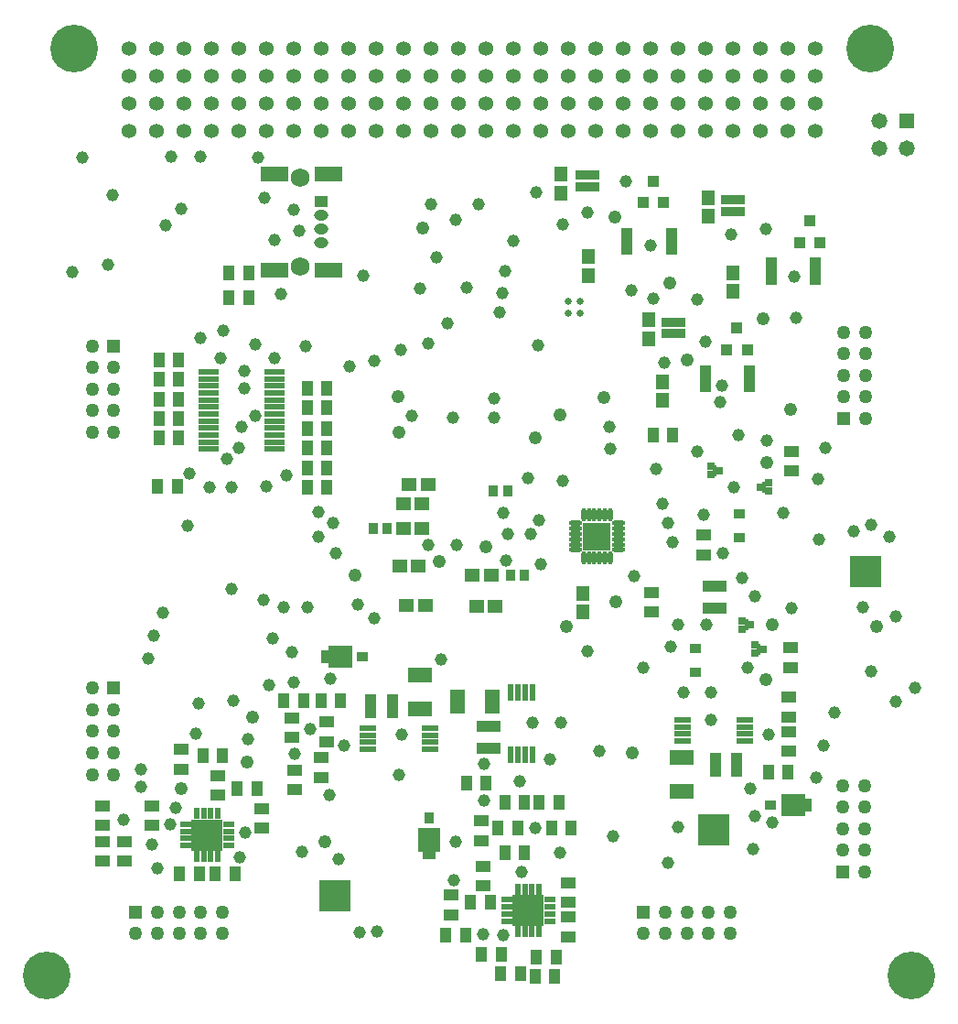
<source format=gbs>
%FSLAX44Y44*%
%MOMM*%
G71*
G01*
G75*
G04 Layer_Color=16711935*
%ADD10R,1.2192X0.8128*%
%ADD11R,0.6500X0.2500*%
%ADD12R,0.1900X0.7500*%
%ADD13R,1.6500X4.4000*%
%ADD14R,0.8128X1.2192*%
%ADD15R,0.3048X0.8128*%
%ADD16R,0.8128X0.3048*%
%ADD17R,0.6500X0.8500*%
%ADD18R,0.9500X0.6500*%
%ADD19R,2.0066X0.8128*%
%ADD20R,0.3556X1.4224*%
%ADD21R,1.2192X2.0066*%
%ADD22R,2.0066X1.2192*%
%ADD23R,1.0160X1.1176*%
%ADD24O,1.0000X0.2500*%
%ADD25O,0.2500X1.0000*%
%ADD26R,2.4500X2.4500*%
%ADD27R,0.8000X0.9000*%
%ADD28R,2.1000X0.7000*%
%ADD29R,0.7112X0.9144*%
%ADD30R,0.8890X0.3048*%
%ADD31R,0.2000X0.9100*%
%ADD32R,0.4500X0.5000*%
%ADD33R,0.8300X0.6300*%
%ADD34R,1.1176X1.0160*%
%ADD35O,1.6500X0.3000*%
%ADD36R,1.3000X1.9000*%
%ADD37R,0.9144X0.7112*%
%ADD38O,2.1000X0.3000*%
%ADD39O,0.3000X2.1000*%
%ADD40R,1.4224X0.3556*%
%ADD41R,0.8500X0.6500*%
%ADD42R,0.6500X0.9500*%
%ADD43R,0.8128X2.0066*%
%ADD44C,0.5080*%
%ADD45C,0.2540*%
%ADD46C,0.0000*%
%ADD47R,1.9500X2.0000*%
%ADD48R,0.6500X0.8500*%
%ADD49R,2.0000X1.9500*%
%ADD50R,1.2700X1.2700*%
%ADD51C,1.2700*%
%ADD52C,1.0160*%
%ADD53R,2.7178X2.7178*%
%ADD54R,1.0668X1.0670*%
%ADD55C,1.0670*%
%ADD56R,1.0670X1.0670*%
%ADD57R,2.7178X2.7178*%
%ADD58C,4.2000*%
%ADD59C,0.5000*%
%ADD60C,1.1540*%
%ADD61R,1.0670X1.0670*%
%ADD62C,1.5240*%
%ADD63C,0.9652*%
%ADD64C,0.4540*%
%ADD65C,1.0160*%
%ADD66C,2.0320*%
%ADD67C,1.7780*%
%ADD68C,1.8290*%
%ADD69C,5.2160*%
%ADD70C,1.5160*%
%ADD71C,1.9160*%
G04:AMPARAMS|DCode=72|XSize=2.424mm|YSize=2.424mm|CornerRadius=0mm|HoleSize=0mm|Usage=FLASHONLY|Rotation=0.000|XOffset=0mm|YOffset=0mm|HoleType=Round|Shape=Relief|Width=0.254mm|Gap=0.254mm|Entries=4|*
%AMTHD72*
7,0,0,2.4240,1.9160,0.2540,45*
%
%ADD72THD72*%
G04:AMPARAMS|DCode=73|XSize=2.286mm|YSize=2.286mm|CornerRadius=0mm|HoleSize=0mm|Usage=FLASHONLY|Rotation=0.000|XOffset=0mm|YOffset=0mm|HoleType=Round|Shape=Relief|Width=0.254mm|Gap=0.254mm|Entries=4|*
%AMTHD73*
7,0,0,2.2860,1.7780,0.2540,45*
%
%ADD73THD73*%
%ADD74C,2.6160*%
%ADD75C,1.7272*%
%ADD76C,1.2160*%
G04:AMPARAMS|DCode=77|XSize=2.2352mm|YSize=2.2352mm|CornerRadius=0mm|HoleSize=0mm|Usage=FLASHONLY|Rotation=0.000|XOffset=0mm|YOffset=0mm|HoleType=Round|Shape=Relief|Width=0.254mm|Gap=0.254mm|Entries=4|*
%AMTHD77*
7,0,0,2.2352,1.7272,0.2540,45*
%
%ADD77THD77*%
G04:AMPARAMS|DCode=78|XSize=2.337mm|YSize=2.337mm|CornerRadius=0mm|HoleSize=0mm|Usage=FLASHONLY|Rotation=0.000|XOffset=0mm|YOffset=0mm|HoleType=Round|Shape=Relief|Width=0.254mm|Gap=0.254mm|Entries=4|*
%AMTHD78*
7,0,0,2.3370,1.8290,0.2540,45*
%
%ADD78THD78*%
%ADD79O,1.1000X0.8000*%
%ADD80R,1.1000X0.8000*%
%ADD81R,2.4000X1.2000*%
%ADD82R,1.7000X0.3500*%
%ADD83R,1.1176X1.1000*%
%ADD84R,1.1000X1.1000*%
%ADD85R,1.1176X1.1176*%
%ADD86R,1.1000X1.1176*%
%ADD87R,1.1000X1.1176*%
%ADD88R,1.1000X1.1000*%
%ADD89R,1.1176X1.1000*%
%ADD90R,1.1176X1.1000*%
%ADD91C,0.2500*%
%ADD92C,0.1270*%
%ADD93C,0.1000*%
%ADD94C,0.6000*%
%ADD95C,0.1524*%
%ADD96C,0.2000*%
%ADD97C,0.2032*%
%ADD98C,0.4064*%
%ADD99R,0.7620X0.4572*%
%ADD100R,0.4572X0.7620*%
%ADD101R,1.2192X1.2000*%
%ADD102R,1.2000X1.2000*%
%ADD103R,1.2192X1.2192*%
%ADD104R,1.2000X1.2192*%
%ADD105R,1.2000X1.2192*%
%ADD106R,1.2000X1.2000*%
%ADD107R,1.2192X1.2000*%
%ADD108R,1.2000X1.2000*%
%ADD109R,1.4224X1.0160*%
%ADD110R,0.8532X0.4532*%
%ADD111R,0.3932X0.9532*%
%ADD112R,1.8532X4.6032*%
%ADD113R,1.0160X1.4224*%
%ADD114R,0.5080X1.0160*%
%ADD115R,1.0160X0.5080*%
%ADD116R,0.8532X1.0532*%
%ADD117R,1.1532X0.8532*%
%ADD118R,2.2098X1.0160*%
%ADD119R,0.5588X1.6256*%
%ADD120R,1.4224X2.2098*%
%ADD121R,2.2098X1.4224*%
%ADD122R,1.2192X1.3208*%
%ADD123O,1.2032X0.4532*%
%ADD124O,0.4532X1.2032*%
%ADD125R,2.6532X2.6532*%
%ADD126R,1.0032X1.1032*%
%ADD127R,2.3032X0.9032*%
%ADD128R,0.9144X1.1176*%
%ADD129R,1.0922X0.5080*%
%ADD130R,0.4032X1.1132*%
%ADD131R,0.6532X0.7032*%
%ADD132R,1.0332X0.8332*%
%ADD133R,1.3208X1.2192*%
%ADD134O,1.8532X0.5032*%
%ADD135R,1.5032X2.1032*%
%ADD136R,1.1176X0.9144*%
%ADD137O,2.3032X0.5032*%
%ADD138O,0.5032X2.3032*%
%ADD139R,1.6256X0.5588*%
%ADD140R,1.0532X0.8532*%
%ADD141R,0.8532X1.1532*%
%ADD142R,1.0160X2.2098*%
%ADD143R,2.1532X2.2032*%
%ADD144R,2.2032X2.1532*%
%ADD145R,1.4732X1.4732*%
%ADD146C,1.4732*%
%ADD147C,1.2192*%
%ADD148R,2.9210X2.9210*%
%ADD149R,1.2700X1.2702*%
%ADD150C,1.2702*%
%ADD151R,1.2702X1.2702*%
%ADD152R,2.9210X2.9210*%
%ADD153C,4.4032*%
%ADD154C,0.7032*%
%ADD155C,1.3572*%
%ADD156R,1.2702X1.2702*%
%ADD157C,1.1684*%
%ADD158C,0.6572*%
%ADD159O,1.3032X1.0032*%
%ADD160R,1.3032X1.0032*%
%ADD161R,2.6032X1.4032*%
%ADD162R,1.9032X0.5532*%
D75*
X797610Y978660D02*
D03*
Y1060960D02*
D03*
D101*
X718312Y446390D02*
D03*
D102*
X704200Y446390D02*
D03*
D103*
X718312Y460502D02*
D03*
X1001268Y390652D02*
D03*
D104*
X704200Y460502D02*
D03*
D105*
X1015380Y390652D02*
D03*
D106*
X1015380Y376540D02*
D03*
D107*
X1001268Y376540D02*
D03*
D109*
X965200Y466200D02*
D03*
Y448056D02*
D03*
X966470Y406290D02*
D03*
Y424434D02*
D03*
X816610Y506620D02*
D03*
Y524764D02*
D03*
X1249680Y548750D02*
D03*
Y530606D02*
D03*
Y580500D02*
D03*
Y562356D02*
D03*
X821690Y539640D02*
D03*
Y557784D02*
D03*
X687070Y514240D02*
D03*
Y532384D02*
D03*
X792480Y495190D02*
D03*
Y513334D02*
D03*
X614680Y429150D02*
D03*
Y447294D02*
D03*
Y480170D02*
D03*
Y462026D02*
D03*
X635000Y429150D02*
D03*
Y447294D02*
D03*
X660400Y462170D02*
D03*
Y480314D02*
D03*
X721360Y490110D02*
D03*
Y508254D02*
D03*
X762000Y459630D02*
D03*
Y477774D02*
D03*
X789940Y561450D02*
D03*
Y543306D02*
D03*
X1045210Y377300D02*
D03*
Y359156D02*
D03*
X937260Y379620D02*
D03*
Y397764D02*
D03*
X1045210Y409050D02*
D03*
Y390906D02*
D03*
X1170900Y730670D02*
D03*
Y712526D02*
D03*
X1122640Y659330D02*
D03*
Y677474D02*
D03*
X1251980Y808220D02*
D03*
Y790076D02*
D03*
X1250950Y626220D02*
D03*
Y608076D02*
D03*
D113*
X969120Y501650D02*
D03*
X950976D02*
D03*
X1004680Y483870D02*
D03*
X986536D02*
D03*
X980330Y459740D02*
D03*
X998474D02*
D03*
X1004680Y436880D02*
D03*
X986536D02*
D03*
X1230520Y511810D02*
D03*
X1248664D02*
D03*
X1123800Y823270D02*
D03*
X1141944D02*
D03*
X703690Y417830D02*
D03*
X685546D02*
D03*
X834500Y577850D02*
D03*
X816356D02*
D03*
X707280Y527050D02*
D03*
X725424D02*
D03*
X736710Y417830D02*
D03*
X718566D02*
D03*
X739030Y496570D02*
D03*
X757174D02*
D03*
X800210Y577850D02*
D03*
X782066D02*
D03*
X1033890Y340360D02*
D03*
X1015746D02*
D03*
X983090Y342900D02*
D03*
X964946D02*
D03*
X982870Y325120D02*
D03*
X1001014D02*
D03*
X1036430Y483870D02*
D03*
X1018286D02*
D03*
X1032620Y322580D02*
D03*
X1014476D02*
D03*
X972930Y391160D02*
D03*
X954786D02*
D03*
X950070Y360680D02*
D03*
X931926D02*
D03*
X1047860Y459740D02*
D03*
X1029716D02*
D03*
X666640Y838200D02*
D03*
X684784D02*
D03*
X821800Y848360D02*
D03*
X803656D02*
D03*
X731410Y972820D02*
D03*
X749554D02*
D03*
X731410Y949960D02*
D03*
X749554D02*
D03*
X821800Y866140D02*
D03*
X803656D02*
D03*
X821800Y811530D02*
D03*
X803656D02*
D03*
X821800Y829310D02*
D03*
X803656D02*
D03*
X821800Y792480D02*
D03*
X803656D02*
D03*
X821800Y774700D02*
D03*
X803656D02*
D03*
X666640Y875030D02*
D03*
X684784D02*
D03*
X666640Y855980D02*
D03*
X684784D02*
D03*
X666640Y820420D02*
D03*
X684784D02*
D03*
X665370Y775970D02*
D03*
X683514D02*
D03*
X666640Y892810D02*
D03*
X684784D02*
D03*
D114*
X701450Y473202D02*
D03*
X707950D02*
D03*
X714502D02*
D03*
X721106D02*
D03*
Y433640D02*
D03*
X714502D02*
D03*
X707950D02*
D03*
X701450D02*
D03*
X998474Y403352D02*
D03*
X1005078D02*
D03*
X1011630D02*
D03*
X1018130D02*
D03*
Y363790D02*
D03*
X1011630D02*
D03*
X1005078D02*
D03*
X998474D02*
D03*
D115*
X731012Y463296D02*
D03*
Y456692D02*
D03*
Y450140D02*
D03*
Y443640D02*
D03*
X691450D02*
D03*
Y450140D02*
D03*
Y456692D02*
D03*
Y463296D02*
D03*
X988568Y373790D02*
D03*
Y380290D02*
D03*
Y386842D02*
D03*
Y393446D02*
D03*
X1028130D02*
D03*
Y386842D02*
D03*
Y380290D02*
D03*
Y373790D02*
D03*
D116*
X916940Y469020D02*
D03*
D117*
Y435220D02*
D03*
D118*
X971550Y533400D02*
D03*
Y553560D02*
D03*
X1181100Y683260D02*
D03*
Y663100D02*
D03*
D119*
X1005332Y585010D02*
D03*
X1011936D02*
D03*
X998780D02*
D03*
X992280D02*
D03*
Y527304D02*
D03*
X998780D02*
D03*
X1005332D02*
D03*
X1011936D02*
D03*
D120*
X974850Y576580D02*
D03*
X942848D02*
D03*
D121*
X1150620Y525270D02*
D03*
Y493268D02*
D03*
X908050Y569470D02*
D03*
Y601472D02*
D03*
D122*
X1059140Y659830D02*
D03*
Y676966D02*
D03*
X1197610Y972686D02*
D03*
Y955550D02*
D03*
X1174750Y1042536D02*
D03*
Y1025400D02*
D03*
X1120140Y929386D02*
D03*
Y912250D02*
D03*
X1132840Y872236D02*
D03*
Y855100D02*
D03*
X1064260Y970670D02*
D03*
Y987806D02*
D03*
X1038860Y1046870D02*
D03*
Y1064006D02*
D03*
D123*
X1091840Y741790D02*
D03*
Y736790D02*
D03*
Y731790D02*
D03*
Y726790D02*
D03*
Y721790D02*
D03*
Y716790D02*
D03*
X1051840D02*
D03*
Y721790D02*
D03*
Y726790D02*
D03*
Y731790D02*
D03*
Y736790D02*
D03*
Y741790D02*
D03*
D124*
X1059340Y749290D02*
D03*
X1064340D02*
D03*
X1069340D02*
D03*
X1074340D02*
D03*
X1079340D02*
D03*
X1084340D02*
D03*
Y709290D02*
D03*
X1079340D02*
D03*
X1074340D02*
D03*
X1069340D02*
D03*
X1064340D02*
D03*
X1059340D02*
D03*
D125*
X1071840Y729290D02*
D03*
D126*
X1191920Y901860D02*
D03*
X1210920D02*
D03*
X1201420Y921860D02*
D03*
X1123950Y1057750D02*
D03*
X1133450Y1037750D02*
D03*
X1114450D02*
D03*
X1259230Y1001040D02*
D03*
X1278230D02*
D03*
X1268730Y1021040D02*
D03*
D127*
X1143000Y916770D02*
D03*
Y927270D02*
D03*
X1062990Y1052660D02*
D03*
Y1063160D02*
D03*
X1197610Y1029800D02*
D03*
Y1040300D02*
D03*
D128*
X976240Y771280D02*
D03*
X989344D02*
D03*
X864680Y736910D02*
D03*
X877784D02*
D03*
X991680Y693730D02*
D03*
X1004784D02*
D03*
D129*
X1140714Y1007110D02*
D03*
Y997030D02*
D03*
Y992030D02*
D03*
Y1012190D02*
D03*
X1099693Y997030D02*
D03*
Y1012190D02*
D03*
Y1007110D02*
D03*
Y992030D02*
D03*
X1140714Y1002030D02*
D03*
X1099693D02*
D03*
X1233043Y974210D02*
D03*
X1274064D02*
D03*
X1233043Y964210D02*
D03*
Y979290D02*
D03*
Y984370D02*
D03*
Y969210D02*
D03*
X1274064Y984370D02*
D03*
Y964210D02*
D03*
Y969210D02*
D03*
Y979290D02*
D03*
X1172083Y875030D02*
D03*
X1213104D02*
D03*
X1172083Y865030D02*
D03*
Y880110D02*
D03*
Y885190D02*
D03*
Y870030D02*
D03*
X1213104Y885190D02*
D03*
Y865030D02*
D03*
Y870030D02*
D03*
Y880110D02*
D03*
D130*
X1181060Y790250D02*
D03*
X1221700Y625150D02*
D03*
X1210310Y647700D02*
D03*
X1226780Y775010D02*
D03*
D131*
X1184890Y790250D02*
D03*
X1177120Y794000D02*
D03*
Y786500D02*
D03*
X1225530Y625150D02*
D03*
X1217760Y628900D02*
D03*
Y621400D02*
D03*
X1214140Y647700D02*
D03*
X1206370Y651450D02*
D03*
Y643950D02*
D03*
X1222950Y775010D02*
D03*
X1230720Y771260D02*
D03*
Y778760D02*
D03*
D132*
X1203920Y728300D02*
D03*
Y750600D02*
D03*
X1163280Y603840D02*
D03*
Y626140D02*
D03*
D133*
X910160Y736910D02*
D03*
X893024D02*
D03*
X898240Y777550D02*
D03*
X915376D02*
D03*
X956660Y693730D02*
D03*
X973796D02*
D03*
X895700Y665790D02*
D03*
X912836D02*
D03*
X906390Y702310D02*
D03*
X889254D02*
D03*
X960270Y664600D02*
D03*
X977406D02*
D03*
X910160Y759770D02*
D03*
X893024D02*
D03*
D139*
X1151080Y553212D02*
D03*
Y559816D02*
D03*
Y546660D02*
D03*
Y540160D02*
D03*
X1208786D02*
D03*
Y546660D02*
D03*
Y553212D02*
D03*
Y559816D02*
D03*
X917750Y538988D02*
D03*
Y532384D02*
D03*
Y545540D02*
D03*
Y552040D02*
D03*
X860044D02*
D03*
Y545540D02*
D03*
Y538988D02*
D03*
Y532384D02*
D03*
D140*
X1232780Y481330D02*
D03*
X855100Y618490D02*
D03*
D141*
X1266580Y481330D02*
D03*
X821300Y618490D02*
D03*
D142*
X1201420Y518160D02*
D03*
X1181260D02*
D03*
X862330Y572770D02*
D03*
X882490D02*
D03*
D143*
X916942Y448453D02*
D03*
D144*
X1253333Y481335D02*
D03*
X834549Y618487D02*
D03*
D145*
X1358900Y1113790D02*
D03*
D146*
Y1088390D02*
D03*
X1333500Y1113790D02*
D03*
Y1088390D02*
D03*
D147*
X910590Y1014730D02*
D03*
X820420Y447040D02*
D03*
X748030Y520700D02*
D03*
X1330960Y646430D02*
D03*
X1155700Y892810D02*
D03*
X1228090Y596900D02*
D03*
X925830Y706120D02*
D03*
X1088390Y1024890D02*
D03*
X1234440Y647700D02*
D03*
X969010Y720090D02*
D03*
X1139190Y963930D02*
D03*
X1043940Y646430D02*
D03*
X1250950Y847090D02*
D03*
X848360Y693420D02*
D03*
X1078110Y857370D02*
D03*
X887730Y858520D02*
D03*
X1225550Y930910D02*
D03*
X1089660Y669290D02*
D03*
X1014730Y820420D02*
D03*
X889000Y825500D02*
D03*
X1229360Y797560D02*
D03*
X1037710Y842010D02*
D03*
X1104900Y529590D02*
D03*
X687070Y496570D02*
D03*
X753110Y562610D02*
D03*
D148*
X1179830Y458470D02*
D03*
X711200Y453390D02*
D03*
D149*
X1115060Y382270D02*
D03*
D150*
X1135060D02*
D03*
X1155060D02*
D03*
X1175060D02*
D03*
X1195060D02*
D03*
X1135060Y362270D02*
D03*
X1155060D02*
D03*
X1175060D02*
D03*
X1195060D02*
D03*
X1115060D02*
D03*
X665160Y382270D02*
D03*
X685160D02*
D03*
X705160D02*
D03*
X725160D02*
D03*
X665160Y362270D02*
D03*
X685160D02*
D03*
X705160D02*
D03*
X725160D02*
D03*
X645160D02*
D03*
X624840Y569280D02*
D03*
Y549280D02*
D03*
Y529280D02*
D03*
Y509280D02*
D03*
X604840Y569280D02*
D03*
Y549280D02*
D03*
Y529280D02*
D03*
Y509280D02*
D03*
Y589280D02*
D03*
X1299210Y439100D02*
D03*
Y459100D02*
D03*
Y479100D02*
D03*
Y499100D02*
D03*
X1319210Y439100D02*
D03*
Y459100D02*
D03*
Y479100D02*
D03*
Y499100D02*
D03*
Y419100D02*
D03*
X1300480Y858200D02*
D03*
Y878200D02*
D03*
Y898200D02*
D03*
Y918200D02*
D03*
X1320480Y858200D02*
D03*
Y878200D02*
D03*
Y898200D02*
D03*
Y918200D02*
D03*
Y838200D02*
D03*
X624840Y885510D02*
D03*
Y865510D02*
D03*
Y845510D02*
D03*
Y825510D02*
D03*
X604840Y885510D02*
D03*
Y865510D02*
D03*
Y845510D02*
D03*
Y825510D02*
D03*
Y905510D02*
D03*
D151*
X645160Y382270D02*
D03*
D152*
X829310Y397510D02*
D03*
X1320800Y697230D02*
D03*
X1008380Y383540D02*
D03*
D153*
X1324610Y1180490D02*
D03*
X562610Y323190D02*
D03*
X1362710D02*
D03*
X588010Y1180490D02*
D03*
D154*
X1273810Y1104290D02*
D03*
Y1155090D02*
D03*
D155*
Y1180490D02*
D03*
Y1155090D02*
D03*
X1248410D02*
D03*
X1223010D02*
D03*
X1197610D02*
D03*
X1172210D02*
D03*
X1146810D02*
D03*
X1121410D02*
D03*
X1096010D02*
D03*
X1070610D02*
D03*
X1045210D02*
D03*
X1019810D02*
D03*
X994410D02*
D03*
X969010D02*
D03*
X943610D02*
D03*
X918210D02*
D03*
X892810D02*
D03*
X867410D02*
D03*
X842010D02*
D03*
X816610D02*
D03*
X791210D02*
D03*
X765810D02*
D03*
X740410D02*
D03*
X715010D02*
D03*
X689610D02*
D03*
X664210D02*
D03*
X638810D02*
D03*
X1248410Y1180490D02*
D03*
X1223010D02*
D03*
X1197610D02*
D03*
X1172210D02*
D03*
X1146810D02*
D03*
X1121410D02*
D03*
X1096010D02*
D03*
X1070610D02*
D03*
X1045210D02*
D03*
X1019810D02*
D03*
X994410D02*
D03*
X969010D02*
D03*
X943610D02*
D03*
X918210D02*
D03*
X892810D02*
D03*
X867410D02*
D03*
X842010D02*
D03*
X816610D02*
D03*
X791210D02*
D03*
X765810D02*
D03*
X740410D02*
D03*
X715010D02*
D03*
X689610D02*
D03*
X664210D02*
D03*
X638810D02*
D03*
X1273810Y1129690D02*
D03*
Y1104290D02*
D03*
X1248410D02*
D03*
X1223010D02*
D03*
X1197610D02*
D03*
X1172210D02*
D03*
X1146810D02*
D03*
X1121410D02*
D03*
X1096010D02*
D03*
X1070610D02*
D03*
X1045210D02*
D03*
X1019810D02*
D03*
X994410D02*
D03*
X969010D02*
D03*
X943610D02*
D03*
X918210D02*
D03*
X892810D02*
D03*
X867410D02*
D03*
X842010D02*
D03*
X816610D02*
D03*
X791210D02*
D03*
X765810D02*
D03*
X740410D02*
D03*
X715010D02*
D03*
X689610D02*
D03*
X664210D02*
D03*
X638810D02*
D03*
X1248410Y1129690D02*
D03*
X1223010D02*
D03*
X1197610D02*
D03*
X1172210D02*
D03*
X1146810D02*
D03*
X1121410D02*
D03*
X1096010D02*
D03*
X1070610D02*
D03*
X1045210D02*
D03*
X1019810D02*
D03*
X994410D02*
D03*
X969010D02*
D03*
X943610D02*
D03*
X918210D02*
D03*
X892810D02*
D03*
X867410D02*
D03*
X842010D02*
D03*
X816610D02*
D03*
X791210D02*
D03*
X765810D02*
D03*
X740410D02*
D03*
X715010D02*
D03*
X689610D02*
D03*
X664210D02*
D03*
X638810D02*
D03*
D156*
X624840Y589280D02*
D03*
X1299210Y419100D02*
D03*
X1300480Y838200D02*
D03*
X624840Y905510D02*
D03*
D157*
X1140420Y627690D02*
D03*
X1134110Y890270D02*
D03*
X1164590Y948690D02*
D03*
X1115060Y608330D02*
D03*
X633730Y467360D02*
D03*
X939800Y411480D02*
D03*
X741680Y433070D02*
D03*
X1283490Y811530D02*
D03*
X623570Y1045210D02*
D03*
X665480Y422910D02*
D03*
X660400Y444500D02*
D03*
X704850Y1080770D02*
D03*
X1252220Y662940D02*
D03*
X1137680Y741790D02*
D03*
X1141690Y724210D02*
D03*
X1132800Y759770D02*
D03*
X734060Y680720D02*
D03*
Y774700D02*
D03*
X768350Y591820D02*
D03*
X749300Y542290D02*
D03*
X765810Y775970D02*
D03*
X784860Y786130D02*
D03*
X735330Y577850D02*
D03*
X650240Y497840D02*
D03*
Y514350D02*
D03*
X1121410Y998220D02*
D03*
X984885Y751205D02*
D03*
X989330Y731520D02*
D03*
X1010920D02*
D03*
X843280Y886460D02*
D03*
X703580Y575310D02*
D03*
X694690Y787400D02*
D03*
X1254760Y969210D02*
D03*
X1186180Y853440D02*
D03*
X1187450Y868680D02*
D03*
X850900Y666750D02*
D03*
X866140Y654050D02*
D03*
X1229360Y817880D02*
D03*
X1217930Y674370D02*
D03*
X763270Y670560D02*
D03*
X782320Y664210D02*
D03*
X803910D02*
D03*
X927735Y615315D02*
D03*
X976630Y857250D02*
D03*
Y839470D02*
D03*
X1074420Y530860D02*
D03*
X890270Y901700D02*
D03*
X866140Y891540D02*
D03*
X670560Y659130D02*
D03*
X661670Y637540D02*
D03*
X941070Y447040D02*
D03*
X828040Y741680D02*
D03*
X889000Y509270D02*
D03*
X891540Y546100D02*
D03*
X789940Y622300D02*
D03*
X1276350Y782320D02*
D03*
X1216660Y440690D02*
D03*
X1234440Y464820D02*
D03*
X796290Y1012190D02*
D03*
X773430Y1003300D02*
D03*
X814070Y728980D02*
D03*
X791210Y1031240D02*
D03*
X1325880Y740410D02*
D03*
X764540Y1042670D02*
D03*
X1342390Y728980D02*
D03*
X1062990Y623570D02*
D03*
X1098550Y1057750D02*
D03*
X1172210Y909320D02*
D03*
X1348740Y576580D02*
D03*
X1275080Y506730D02*
D03*
X1281430Y535940D02*
D03*
X1291590Y566420D02*
D03*
X1366520Y589280D02*
D03*
X1214120Y496570D02*
D03*
X1211580Y608330D02*
D03*
X1173440Y648010D02*
D03*
X806450Y551180D02*
D03*
X838200Y535940D02*
D03*
X825500Y598170D02*
D03*
X824230Y490220D02*
D03*
X792480Y528320D02*
D03*
X746760Y455930D02*
D03*
X900430Y840740D02*
D03*
X915670Y908050D02*
D03*
X908050Y958850D02*
D03*
X918210Y1036320D02*
D03*
X962660D02*
D03*
X966470Y361950D02*
D03*
X985520Y360680D02*
D03*
X1002030Y419100D02*
D03*
X1037590Y436880D02*
D03*
X967740Y485140D02*
D03*
Y519430D02*
D03*
X1038860Y557530D02*
D03*
X1028700Y523240D02*
D03*
X1011936Y557530D02*
D03*
X1000760Y502920D02*
D03*
X1014920Y459740D02*
D03*
X1325880Y604520D02*
D03*
X1348740Y655320D02*
D03*
X798830Y438150D02*
D03*
X1087120Y452247D02*
D03*
X1137920Y427990D02*
D03*
X1218040Y471170D02*
D03*
X1146810Y461010D02*
D03*
X1317498Y663702D02*
D03*
X1230630Y546100D02*
D03*
X1277620Y726440D02*
D03*
X1177290Y585470D02*
D03*
Y560070D02*
D03*
X1309370Y734060D02*
D03*
X852170Y363220D02*
D03*
X868680Y364490D02*
D03*
X832612Y431292D02*
D03*
X676910Y463550D02*
D03*
X1040130Y781050D02*
D03*
X1062990Y1028700D02*
D03*
X1146770Y648010D02*
D03*
X1206330Y691190D02*
D03*
X1106130Y692460D02*
D03*
X1244560Y750880D02*
D03*
X1188680Y714050D02*
D03*
X1198840Y775010D02*
D03*
X1170900Y749610D02*
D03*
X1084540Y810570D02*
D03*
X830540Y714050D02*
D03*
X938410Y839350D02*
D03*
X942340Y721360D02*
D03*
X1017390Y905630D02*
D03*
X923410Y986910D02*
D03*
X981830Y936110D02*
D03*
X933570Y925950D02*
D03*
X984370Y953890D02*
D03*
X986910Y974210D02*
D03*
X1040250Y1017390D02*
D03*
X951350Y958970D02*
D03*
X994530Y1002150D02*
D03*
X1103750Y956430D02*
D03*
X1124070Y948810D02*
D03*
X1019570Y703970D02*
D03*
X915670Y721360D02*
D03*
X1126450Y791520D02*
D03*
X1256150Y931030D02*
D03*
X1008380Y783590D02*
D03*
X988060Y707390D02*
D03*
X1018500Y744530D02*
D03*
X1228090Y1013460D02*
D03*
X1196340Y1008380D02*
D03*
X1202380Y823270D02*
D03*
X1083310Y830580D02*
D03*
X1164590Y808030D02*
D03*
X1016000Y1047750D02*
D03*
X1151890Y585470D02*
D03*
X941070Y1022350D02*
D03*
X701040Y547370D02*
D03*
X681990Y478790D02*
D03*
X595630Y1079350D02*
D03*
X745490Y882650D02*
D03*
X773450Y894060D02*
D03*
X723900Y894080D02*
D03*
X705104Y913130D02*
D03*
X726440Y919480D02*
D03*
X619760Y980440D02*
D03*
X802640Y905510D02*
D03*
X656790Y616150D02*
D03*
X745490Y866140D02*
D03*
X755650Y840740D02*
D03*
X740410Y811530D02*
D03*
X742950Y830580D02*
D03*
X729216Y801171D02*
D03*
X713740Y774700D02*
D03*
X586740Y974090D02*
D03*
X755650Y906780D02*
D03*
X855980Y970280D02*
D03*
X693420Y739140D02*
D03*
X771990Y634830D02*
D03*
X791210Y594360D02*
D03*
X779780Y953770D02*
D03*
X673100Y1017270D02*
D03*
X687070Y1032510D02*
D03*
X678180Y1080770D02*
D03*
X758190Y1079500D02*
D03*
X814070Y751840D02*
D03*
D158*
X1077340Y734790D02*
D03*
X1066340D02*
D03*
Y723790D02*
D03*
X1077340D02*
D03*
X1044910Y946690D02*
D03*
Y935690D02*
D03*
X1055910D02*
D03*
Y946690D02*
D03*
D159*
X816610Y1000760D02*
D03*
Y1013460D02*
D03*
Y1026160D02*
D03*
D160*
Y1038860D02*
D03*
D161*
X823110Y975660D02*
D03*
Y1063960D02*
D03*
X773110D02*
D03*
Y975660D02*
D03*
D162*
X773450Y810070D02*
D03*
Y816570D02*
D03*
Y823070D02*
D03*
Y829570D02*
D03*
Y836070D02*
D03*
Y842570D02*
D03*
Y849070D02*
D03*
Y855570D02*
D03*
Y862070D02*
D03*
Y868570D02*
D03*
Y875070D02*
D03*
Y881570D02*
D03*
X712450Y810070D02*
D03*
Y816570D02*
D03*
Y823070D02*
D03*
Y829570D02*
D03*
Y836070D02*
D03*
Y842570D02*
D03*
Y849070D02*
D03*
Y855570D02*
D03*
Y862070D02*
D03*
Y868570D02*
D03*
Y875070D02*
D03*
Y881570D02*
D03*
M02*

</source>
